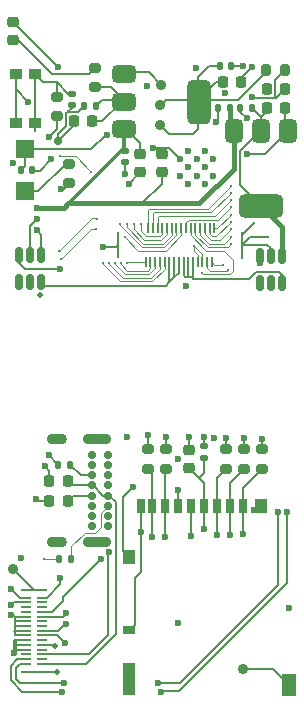
<source format=gbr>
%TF.GenerationSoftware,KiCad,Pcbnew,9.0.6-1.fc42*%
%TF.CreationDate,2025-11-24T11:52:54-08:00*%
%TF.ProjectId,MainBoard,4d61696e-426f-4617-9264-2e6b69636164,rev?*%
%TF.SameCoordinates,Original*%
%TF.FileFunction,Copper,L1,Top*%
%TF.FilePolarity,Positive*%
%FSLAX46Y46*%
G04 Gerber Fmt 4.6, Leading zero omitted, Abs format (unit mm)*
G04 Created by KiCad (PCBNEW 9.0.6-1.fc42) date 2025-11-24 11:52:54*
%MOMM*%
%LPD*%
G01*
G04 APERTURE LIST*
G04 Aperture macros list*
%AMRoundRect*
0 Rectangle with rounded corners*
0 $1 Rounding radius*
0 $2 $3 $4 $5 $6 $7 $8 $9 X,Y pos of 4 corners*
0 Add a 4 corners polygon primitive as box body*
4,1,4,$2,$3,$4,$5,$6,$7,$8,$9,$2,$3,0*
0 Add four circle primitives for the rounded corners*
1,1,$1+$1,$2,$3*
1,1,$1+$1,$4,$5*
1,1,$1+$1,$6,$7*
1,1,$1+$1,$8,$9*
0 Add four rect primitives between the rounded corners*
20,1,$1+$1,$2,$3,$4,$5,0*
20,1,$1+$1,$4,$5,$6,$7,0*
20,1,$1+$1,$6,$7,$8,$9,0*
20,1,$1+$1,$8,$9,$2,$3,0*%
G04 Aperture macros list end*
%TA.AperFunction,SMDPad,CuDef*%
%ADD10RoundRect,0.225000X0.250000X-0.225000X0.250000X0.225000X-0.250000X0.225000X-0.250000X-0.225000X0*%
%TD*%
%TA.AperFunction,SMDPad,CuDef*%
%ADD11RoundRect,0.030000X0.350575X-0.070000X0.350575X0.070000X-0.350575X0.070000X-0.350575X-0.070000X0*%
%TD*%
%TA.AperFunction,SMDPad,CuDef*%
%ADD12RoundRect,0.030000X1.029999X-0.070000X1.029999X0.070000X-1.029999X0.070000X-1.029999X-0.070000X0*%
%TD*%
%TA.AperFunction,SMDPad,CuDef*%
%ADD13RoundRect,0.140000X-0.140000X-0.170000X0.140000X-0.170000X0.140000X0.170000X-0.140000X0.170000X0*%
%TD*%
%TA.AperFunction,SMDPad,CuDef*%
%ADD14RoundRect,0.200000X-0.275000X0.200000X-0.275000X-0.200000X0.275000X-0.200000X0.275000X0.200000X0*%
%TD*%
%TA.AperFunction,SMDPad,CuDef*%
%ADD15RoundRect,0.140000X-0.170000X0.140000X-0.170000X-0.140000X0.170000X-0.140000X0.170000X0.140000X0*%
%TD*%
%TA.AperFunction,SMDPad,CuDef*%
%ADD16RoundRect,0.218750X-0.256250X0.218750X-0.256250X-0.218750X0.256250X-0.218750X0.256250X0.218750X0*%
%TD*%
%TA.AperFunction,SMDPad,CuDef*%
%ADD17RoundRect,0.225000X0.225000X0.250000X-0.225000X0.250000X-0.225000X-0.250000X0.225000X-0.250000X0*%
%TD*%
%TA.AperFunction,SMDPad,CuDef*%
%ADD18R,1.500000X1.500000*%
%TD*%
%TA.AperFunction,SMDPad,CuDef*%
%ADD19RoundRect,0.140000X0.140000X0.170000X-0.140000X0.170000X-0.140000X-0.170000X0.140000X-0.170000X0*%
%TD*%
%TA.AperFunction,SMDPad,CuDef*%
%ADD20RoundRect,0.030000X0.070000X0.419999X-0.070000X0.419999X-0.070000X-0.419999X0.070000X-0.419999X0*%
%TD*%
%TA.AperFunction,SMDPad,CuDef*%
%ADD21RoundRect,0.030000X0.070000X1.029999X-0.070000X1.029999X-0.070000X-1.029999X0.070000X-1.029999X0*%
%TD*%
%TA.AperFunction,SMDPad,CuDef*%
%ADD22RoundRect,0.225000X-0.225000X-0.250000X0.225000X-0.250000X0.225000X0.250000X-0.225000X0.250000X0*%
%TD*%
%TA.AperFunction,SMDPad,CuDef*%
%ADD23RoundRect,0.200000X0.275000X-0.200000X0.275000X0.200000X-0.275000X0.200000X-0.275000X-0.200000X0*%
%TD*%
%TA.AperFunction,SMDPad,CuDef*%
%ADD24RoundRect,0.200000X-0.200000X-0.275000X0.200000X-0.275000X0.200000X0.275000X-0.200000X0.275000X0*%
%TD*%
%TA.AperFunction,SMDPad,CuDef*%
%ADD25RoundRect,0.150000X-0.150000X0.512500X-0.150000X-0.512500X0.150000X-0.512500X0.150000X0.512500X0*%
%TD*%
%TA.AperFunction,SMDPad,CuDef*%
%ADD26R,0.700000X1.200000*%
%TD*%
%TA.AperFunction,SMDPad,CuDef*%
%ADD27R,1.000000X0.800000*%
%TD*%
%TA.AperFunction,SMDPad,CuDef*%
%ADD28R,1.000000X1.200000*%
%TD*%
%TA.AperFunction,SMDPad,CuDef*%
%ADD29R,1.000000X2.800000*%
%TD*%
%TA.AperFunction,SMDPad,CuDef*%
%ADD30R,1.300000X1.900000*%
%TD*%
%TA.AperFunction,SMDPad,CuDef*%
%ADD31RoundRect,0.218750X0.218750X0.256250X-0.218750X0.256250X-0.218750X-0.256250X0.218750X-0.256250X0*%
%TD*%
%TA.AperFunction,SMDPad,CuDef*%
%ADD32RoundRect,0.375000X-0.375000X0.625000X-0.375000X-0.625000X0.375000X-0.625000X0.375000X0.625000X0*%
%TD*%
%TA.AperFunction,SMDPad,CuDef*%
%ADD33RoundRect,0.500000X-1.400000X0.500000X-1.400000X-0.500000X1.400000X-0.500000X1.400000X0.500000X0*%
%TD*%
%TA.AperFunction,SMDPad,CuDef*%
%ADD34RoundRect,0.135000X0.135000X0.185000X-0.135000X0.185000X-0.135000X-0.185000X0.135000X-0.185000X0*%
%TD*%
%TA.AperFunction,SMDPad,CuDef*%
%ADD35R,1.000000X0.900000*%
%TD*%
%TA.AperFunction,SMDPad,CuDef*%
%ADD36RoundRect,0.140000X0.170000X-0.140000X0.170000X0.140000X-0.170000X0.140000X-0.170000X-0.140000X0*%
%TD*%
%TA.AperFunction,SMDPad,CuDef*%
%ADD37RoundRect,0.375000X-0.625000X-0.375000X0.625000X-0.375000X0.625000X0.375000X-0.625000X0.375000X0*%
%TD*%
%TA.AperFunction,SMDPad,CuDef*%
%ADD38RoundRect,0.500000X-0.500000X-1.400000X0.500000X-1.400000X0.500000X1.400000X-0.500000X1.400000X0*%
%TD*%
%TA.AperFunction,SMDPad,CuDef*%
%ADD39RoundRect,0.225000X-0.250000X0.225000X-0.250000X-0.225000X0.250000X-0.225000X0.250000X0.225000X0*%
%TD*%
%TA.AperFunction,HeatsinkPad*%
%ADD40C,0.600000*%
%TD*%
%TA.AperFunction,ComponentPad*%
%ADD41C,0.700000*%
%TD*%
%TA.AperFunction,ComponentPad*%
%ADD42O,1.700000X0.900000*%
%TD*%
%TA.AperFunction,ComponentPad*%
%ADD43O,2.400000X0.900000*%
%TD*%
%TA.AperFunction,ViaPad*%
%ADD44C,0.600000*%
%TD*%
%TA.AperFunction,ViaPad*%
%ADD45C,0.300000*%
%TD*%
%TA.AperFunction,ViaPad*%
%ADD46C,0.500000*%
%TD*%
%TA.AperFunction,ViaPad*%
%ADD47C,0.900000*%
%TD*%
%TA.AperFunction,ViaPad*%
%ADD48C,0.700000*%
%TD*%
%TA.AperFunction,Conductor*%
%ADD49C,0.200000*%
%TD*%
%TA.AperFunction,Conductor*%
%ADD50C,0.100000*%
%TD*%
%TA.AperFunction,Conductor*%
%ADD51C,0.300000*%
%TD*%
%TA.AperFunction,Conductor*%
%ADD52C,0.400000*%
%TD*%
G04 APERTURE END LIST*
D10*
%TO.P,C13,1*%
%TO.N,CONN_18*%
X79600000Y-89830000D03*
%TO.P,C13,2*%
%TO.N,LIPO GND*%
X79600000Y-88280000D03*
%TD*%
%TO.P,C8,1*%
%TO.N,CONN_21*%
X77300000Y-64800000D03*
%TO.P,C8,2*%
%TO.N,LIPO GND*%
X77300000Y-63250000D03*
%TD*%
D11*
%TO.P,J1,1,Pin_1*%
%TO.N,CONN_0*%
X67180000Y-106400000D03*
%TO.P,J1,2,Pin_2*%
%TO.N,CONN_1*%
X67180000Y-106000000D03*
%TO.P,J1,3,Pin_3*%
%TO.N,CONN_2*%
X67180000Y-105600000D03*
%TO.P,J1,4,Pin_4*%
%TO.N,CONN_3*%
X67180000Y-105200000D03*
%TO.P,J1,5,Pin_5*%
%TO.N,BZR*%
X67180000Y-104800000D03*
%TO.P,J1,6,Pin_6*%
%TO.N,CONN_5*%
X67180000Y-104400000D03*
%TO.P,J1,7,Pin_7*%
%TO.N,CONN_6*%
X67180000Y-104000000D03*
%TO.P,J1,8,Pin_8*%
%TO.N,CONN_7*%
X67180000Y-103600000D03*
%TO.P,J1,9,Pin_9*%
%TO.N,CONN_8*%
X67180000Y-103200000D03*
%TO.P,J1,10,Pin_10*%
%TO.N,CONN_9*%
X67180000Y-102800000D03*
%TO.P,J1,11,Pin_11*%
%TO.N,CONN_10*%
X67180000Y-102400000D03*
%TO.P,J1,12,Pin_12*%
%TO.N,CONN_11*%
X67180000Y-102000000D03*
%TO.P,J1,13,Pin_13*%
%TO.N,CONN_12*%
X67180000Y-101600000D03*
%TO.P,J1,14,Pin_14*%
%TO.N,CONN_13*%
X67180000Y-101200000D03*
%TO.P,J1,15,Pin_15*%
%TO.N,CONN_14*%
X67180000Y-100800000D03*
%TO.P,J1,16,Pin_16*%
%TO.N,CONN_15*%
X65820000Y-106400000D03*
%TO.P,J1,17,Pin_17*%
%TO.N,CONN_16*%
X65820000Y-106000000D03*
%TO.P,J1,18,Pin_18*%
%TO.N,CONN_17*%
X65820000Y-105600000D03*
%TO.P,J1,19,Pin_19*%
%TO.N,CONN_18*%
X65820000Y-105200000D03*
%TO.P,J1,20,Pin_20*%
X65820000Y-104800000D03*
%TO.P,J1,21,Pin_21*%
X65820000Y-104400000D03*
%TO.P,J1,22,Pin_22*%
%TO.N,CONN_21*%
X65820000Y-104000000D03*
%TO.P,J1,23,Pin_23*%
X65820000Y-103600000D03*
%TO.P,J1,24,Pin_24*%
X65820000Y-103200000D03*
%TO.P,J1,25,Pin_25*%
X65820000Y-102800000D03*
%TO.P,J1,26,Pin_26*%
X65820000Y-102400000D03*
%TO.P,J1,27,Pin_27*%
X65820000Y-102000000D03*
%TO.P,J1,28,Pin_28*%
%TO.N,CONN_27*%
X65820000Y-101600000D03*
%TO.P,J1,29,Pin_29*%
%TO.N,CONN_28*%
X65820000Y-101200000D03*
%TO.P,J1,30,Pin_30*%
%TO.N,CONN_29*%
X65820000Y-100800000D03*
D12*
%TO.P,J1,31,Pin_31*%
%TO.N,LIPO GND*%
X66500000Y-107060000D03*
%TO.P,J1,32,Pin_32*%
X66500001Y-100140000D03*
%TD*%
D13*
%TO.P,C16,1*%
%TO.N,CHIP_PU*%
X65354200Y-64617600D03*
%TO.P,C16,2*%
%TO.N,LIPO GND*%
X66314200Y-64617600D03*
%TD*%
D14*
%TO.P,R7,1*%
%TO.N,CONN_18*%
X77680000Y-88230000D03*
%TO.P,R7,2*%
%TO.N,CONN_28*%
X77680000Y-89880000D03*
%TD*%
%TO.P,R11,1*%
%TO.N,CONN_18*%
X85759000Y-88230000D03*
%TO.P,R11,2*%
%TO.N,CONN_6*%
X85759000Y-89880000D03*
%TD*%
D15*
%TO.P,C14,1*%
%TO.N,GPIO0*%
X69646800Y-58145800D03*
%TO.P,C14,2*%
%TO.N,LIPO GND*%
X69646800Y-59105800D03*
%TD*%
D16*
%TO.P,D1,1,K*%
%TO.N,LIPO GND*%
X64680000Y-52040000D03*
%TO.P,D1,2,A*%
%TO.N,Net-(D1-A)*%
X64680000Y-53615002D03*
%TD*%
D14*
%TO.P,R6,1*%
%TO.N,CONN_18*%
X82710000Y-88230000D03*
%TO.P,R6,2*%
%TO.N,CONN_10*%
X82710000Y-89880000D03*
%TD*%
D17*
%TO.P,C3,1*%
%TO.N,CONN_18*%
X71374000Y-60452000D03*
%TO.P,C3,2*%
%TO.N,LIPO GND*%
X69824000Y-60452000D03*
%TD*%
D18*
%TO.P,J5,1,Pin_1*%
%TO.N,CHIP_PU*%
X65735200Y-62839600D03*
%TD*%
D19*
%TO.P,C11,1*%
%TO.N,VCC_5V*%
X84907000Y-59359800D03*
%TO.P,C11,2*%
%TO.N,LIPO GND*%
X83947000Y-59359800D03*
%TD*%
D20*
%TO.P,J7,1,Pin_1*%
%TO.N,DATA9*%
X81733800Y-69515400D03*
%TO.P,J7,2,Pin_2*%
%TO.N,DATA10*%
X81333800Y-69515400D03*
%TO.P,J7,3,Pin_3*%
%TO.N,DATA11*%
X80933800Y-69515400D03*
%TO.P,J7,4,Pin_4*%
%TO.N,DATA12*%
X80533800Y-69515400D03*
%TO.P,J7,5,Pin_5*%
%TO.N,DATA13*%
X80133800Y-69515400D03*
%TO.P,J7,6,Pin_6*%
%TO.N,RET*%
X79733800Y-69515400D03*
%TO.P,J7,7,Pin_7*%
%TO.N,DATA8*%
X79333800Y-69515400D03*
%TO.P,J7,8,Pin_8*%
%TO.N,DATA7*%
X78933800Y-69515400D03*
%TO.P,J7,9,Pin_9*%
%TO.N,DATA6*%
X78533800Y-69515400D03*
%TO.P,J7,10,Pin_10*%
%TO.N,DATA5*%
X78133800Y-69515400D03*
%TO.P,J7,11,Pin_11*%
%TO.N,DATA4*%
X77733800Y-69515400D03*
%TO.P,J7,12,Pin_12*%
%TO.N,DATA3*%
X77333800Y-69515400D03*
%TO.P,J7,13,Pin_13*%
%TO.N,DATA2*%
X76933800Y-69515400D03*
%TO.P,J7,14,Pin_14*%
%TO.N,DATA1*%
X76533800Y-69515400D03*
%TO.P,J7,15,Pin_15*%
%TO.N,DATA0*%
X76133800Y-69515400D03*
%TO.P,J7,16,Pin_16*%
%TO.N,DATA14*%
X81533800Y-72415400D03*
%TO.P,J7,17,Pin_17*%
%TO.N,DATA15*%
X81133800Y-72415400D03*
%TO.P,J7,18,Pin_18*%
%TO.N,LIPO GND*%
X80733800Y-72415400D03*
%TO.P,J7,19,Pin_19*%
X80333800Y-72415400D03*
%TO.P,J7,20,Pin_20*%
%TO.N,CONN_5V*%
X79933800Y-72415400D03*
%TO.P,J7,21,Pin_21*%
X79533800Y-72415400D03*
%TO.P,J7,22,Pin_22*%
X79133800Y-72415400D03*
%TO.P,J7,23,Pin_23*%
%TO.N,CONN_3V3*%
X78733800Y-72415400D03*
%TO.P,J7,24,Pin_24*%
X78333800Y-72415400D03*
%TO.P,J7,25,Pin_25*%
X77933800Y-72415400D03*
%TO.P,J7,26,Pin_26*%
%TO.N,INDEX0*%
X77533800Y-72415400D03*
%TO.P,J7,27,Pin_27*%
%TO.N,INDEX1*%
X77133800Y-72415400D03*
%TO.P,J7,28,Pin_28*%
%TO.N,INDEX2*%
X76733800Y-72415400D03*
%TO.P,J7,29,Pin_29*%
%TO.N,INDEX3*%
X76333800Y-72415400D03*
%TO.P,J7,30,Pin_30*%
%TO.N,INDEX4*%
X75933800Y-72415400D03*
D21*
%TO.P,J7,31,Pin_31*%
%TO.N,LIPO GND*%
X84083800Y-70965400D03*
%TO.P,J7,32,Pin_32*%
X73583800Y-70965400D03*
%TD*%
D22*
%TO.P,C6,1*%
%TO.N,CONN_18*%
X82476400Y-57099200D03*
%TO.P,C6,2*%
%TO.N,LIPO GND*%
X84026400Y-57099200D03*
%TD*%
D23*
%TO.P,R10,1*%
%TO.N,CONN_18*%
X68376800Y-60024400D03*
%TO.P,R10,2*%
%TO.N,GPIO0*%
X68376800Y-58374400D03*
%TD*%
%TO.P,R12,1*%
%TO.N,CONN_18*%
X69475000Y-65700000D03*
%TO.P,R12,2*%
%TO.N,Net-(J4-Pin_1)*%
X69475000Y-64050000D03*
%TD*%
D24*
%TO.P,R1,1*%
%TO.N,CONN_18*%
X86080600Y-56108600D03*
%TO.P,R1,2*%
%TO.N,CHIP_PU*%
X87730600Y-56108600D03*
%TD*%
D17*
%TO.P,C1,1*%
%TO.N,CHIP_PU*%
X87706000Y-57734200D03*
%TO.P,C1,2*%
%TO.N,LIPO GND*%
X86156000Y-57734200D03*
%TD*%
D25*
%TO.P,U5,1,VIN*%
%TO.N,VCC_5V*%
X87479999Y-71880000D03*
%TO.P,U5,2,GND*%
%TO.N,LIPO GND*%
X86530000Y-71880000D03*
%TO.P,U5,3,ON*%
%TO.N,HATS_ENABLE*%
X85580001Y-71880000D03*
%TO.P,U5,4,CT*%
%TO.N,unconnected-(U5-CT-Pad4)*%
X85580001Y-74155000D03*
%TO.P,U5,5,QOD*%
%TO.N,unconnected-(U5-QOD-Pad5)*%
X86530000Y-74155000D03*
%TO.P,U5,6,VOUT*%
%TO.N,CONN_5V*%
X87479999Y-74155000D03*
%TD*%
D26*
%TO.P,J6,1,DAT2*%
%TO.N,CONN_6*%
X84145000Y-93075000D03*
%TO.P,J6,2,DAT3/CD*%
%TO.N,CONN_7*%
X83045000Y-93075000D03*
%TO.P,J6,3,CMD*%
%TO.N,CONN_10*%
X81945000Y-93075000D03*
%TO.P,J6,4,VDD*%
%TO.N,CONN_18*%
X80845000Y-93075000D03*
%TO.P,J6,5,CLK*%
%TO.N,CONN_14*%
X79745000Y-93075000D03*
%TO.P,J6,6,VSS*%
%TO.N,LIPO GND*%
X78645000Y-93075000D03*
%TO.P,J6,7,DAT0*%
%TO.N,CONN_28*%
X77545000Y-93075000D03*
%TO.P,J6,8,DAT1*%
%TO.N,CONN_29*%
X76445000Y-93075000D03*
%TO.P,J6,9,DET_B*%
%TO.N,CONN_11*%
X75495000Y-93075000D03*
D27*
%TO.P,J6,10,DET_A*%
X74545000Y-103575000D03*
D28*
%TO.P,J6,11,SHIELD*%
%TO.N,LIPO GND*%
X74545000Y-97375000D03*
D29*
X74545000Y-107725000D03*
D28*
X85695000Y-93075000D03*
D30*
X88045000Y-108175000D03*
%TD*%
D31*
%TO.P,D6,1,A1*%
%TO.N,CONN_0*%
X69316600Y-90932000D03*
%TO.P,D6,2,A2*%
%TO.N,LIPO GND*%
X67741600Y-90932000D03*
%TD*%
D32*
%TO.P,U3,1,GND*%
%TO.N,LIPO GND*%
X87962800Y-61315600D03*
%TO.P,U3,2,VO*%
%TO.N,VCC_5V*%
X85662800Y-61315600D03*
D33*
X85662800Y-67615600D03*
D32*
%TO.P,U3,3,VI*%
%TO.N,CONN_21*%
X83362800Y-61315600D03*
%TD*%
D13*
%TO.P,C7,1*%
%TO.N,CONN_18*%
X82197000Y-55803800D03*
%TO.P,C7,2*%
%TO.N,LIPO GND*%
X83157000Y-55803800D03*
%TD*%
D22*
%TO.P,C10,1*%
%TO.N,VCC_5V*%
X86182200Y-59334400D03*
%TO.P,C10,2*%
%TO.N,LIPO GND*%
X87732200Y-59334400D03*
%TD*%
D19*
%TO.P,C2,1*%
%TO.N,CONN_18*%
X71679000Y-59152000D03*
%TO.P,C2,2*%
%TO.N,LIPO GND*%
X70719000Y-59152000D03*
%TD*%
D31*
%TO.P,D5,1,A1*%
%TO.N,CONN_2*%
X69316600Y-92633800D03*
%TO.P,D5,2,A2*%
%TO.N,LIPO GND*%
X67741600Y-92633800D03*
%TD*%
D34*
%TO.P,R5,1*%
%TO.N,Net-(J3-CC1)*%
X69640000Y-97550000D03*
%TO.P,R5,2*%
%TO.N,LIPO GND*%
X68620000Y-97550000D03*
%TD*%
%TO.P,R4,1*%
%TO.N,Net-(J3-CC2)*%
X69549200Y-89535000D03*
%TO.P,R4,2*%
%TO.N,LIPO GND*%
X68529200Y-89535000D03*
%TD*%
D23*
%TO.P,R2,1*%
%TO.N,CONN_18*%
X71675000Y-57575000D03*
%TO.P,R2,2*%
%TO.N,Net-(D1-A)*%
X71675000Y-55925000D03*
%TD*%
D35*
%TO.P,BOOT1,1,1*%
%TO.N,LIPO GND*%
X64948000Y-60579000D03*
X64948000Y-56479000D03*
%TO.P,BOOT1,2,2*%
%TO.N,GPIO0*%
X66548000Y-60579000D03*
X66548000Y-56479000D03*
%TD*%
D36*
%TO.P,C15,1*%
%TO.N,CONN_18*%
X80880000Y-88960000D03*
%TO.P,C15,2*%
%TO.N,LIPO GND*%
X80880000Y-88000000D03*
%TD*%
D15*
%TO.P,C5,1*%
%TO.N,CONN_21*%
X74142600Y-62966600D03*
%TO.P,C5,2*%
%TO.N,LIPO GND*%
X74142600Y-63926600D03*
%TD*%
D19*
%TO.P,C9,1*%
%TO.N,CONN_21*%
X83032600Y-59359800D03*
%TO.P,C9,2*%
%TO.N,LIPO GND*%
X82072600Y-59359800D03*
%TD*%
D18*
%TO.P,J4,1,Pin_1*%
%TO.N,Net-(J4-Pin_1)*%
X65735200Y-66389600D03*
%TD*%
D25*
%TO.P,U4,1,VIN*%
%TO.N,CONN_18*%
X67089998Y-71800000D03*
%TO.P,U4,2,GND*%
%TO.N,LIPO GND*%
X66139999Y-71800000D03*
%TO.P,U4,3,ON*%
%TO.N,HATS_ENABLE*%
X65190000Y-71800000D03*
%TO.P,U4,4,CT*%
%TO.N,unconnected-(U4-CT-Pad4)*%
X65190000Y-74075000D03*
%TO.P,U4,5,QOD*%
%TO.N,unconnected-(U4-QOD-Pad5)*%
X66139999Y-74075000D03*
%TO.P,U4,6,VOUT*%
%TO.N,CONN_3V3*%
X67089998Y-74075000D03*
%TD*%
D37*
%TO.P,U2,1,GND*%
%TO.N,LIPO GND*%
X74100000Y-56500000D03*
%TO.P,U2,2,VO*%
%TO.N,CONN_18*%
X74100000Y-58800000D03*
D38*
X80400000Y-58800000D03*
D37*
%TO.P,U2,3,VI*%
%TO.N,CONN_21*%
X74100000Y-61100000D03*
%TD*%
D14*
%TO.P,R9,1*%
%TO.N,CONN_18*%
X76150000Y-88230000D03*
%TO.P,R9,2*%
%TO.N,CONN_29*%
X76150000Y-89880000D03*
%TD*%
%TO.P,R8,1*%
%TO.N,CONN_18*%
X84234000Y-88230000D03*
%TO.P,R8,2*%
%TO.N,CONN_7*%
X84234000Y-89880000D03*
%TD*%
D39*
%TO.P,C4,1*%
%TO.N,CONN_21*%
X75438000Y-63240200D03*
%TO.P,C4,2*%
%TO.N,LIPO GND*%
X75438000Y-64790200D03*
%TD*%
D40*
%TO.P,U1,41,GND*%
%TO.N,LIPO GND*%
X81630000Y-65060000D03*
X81630000Y-63660000D03*
X80930000Y-65760000D03*
X80930000Y-64360000D03*
X80930000Y-62960000D03*
X80230000Y-65060000D03*
X80230000Y-63660000D03*
X79530000Y-65760000D03*
X79530000Y-64360000D03*
X79530000Y-62960000D03*
X78830000Y-65060000D03*
X78830000Y-63660000D03*
%TD*%
D41*
%TO.P,J3,A1,GND*%
%TO.N,LIPO GND*%
X72752964Y-94700000D03*
%TO.P,J3,A4,VBUS*%
%TO.N,Net-(D3-A1)*%
X72752964Y-93850000D03*
%TO.P,J3,A5,CC1*%
%TO.N,Net-(J3-CC1)*%
X72752964Y-93000000D03*
%TO.P,J3,A6,D+*%
%TO.N,CONN_0*%
X72752964Y-92150000D03*
%TO.P,J3,A7,D-*%
%TO.N,CONN_2*%
X72752964Y-91300000D03*
%TO.P,J3,A8,SBU1*%
%TO.N,unconnected-(J3-SBU1-PadA8)*%
X72752964Y-90450000D03*
%TO.P,J3,A9,VBUS*%
%TO.N,Net-(D3-A1)*%
X72752964Y-89600000D03*
%TO.P,J3,A12,GND*%
%TO.N,LIPO GND*%
X72752964Y-88750000D03*
%TO.P,J3,B1,GND*%
X71402964Y-88750000D03*
%TO.P,J3,B4,VBUS*%
%TO.N,Net-(D3-A1)*%
X71402964Y-89600000D03*
%TO.P,J3,B5,CC2*%
%TO.N,Net-(J3-CC2)*%
X71402964Y-90450000D03*
%TO.P,J3,B6,D+*%
%TO.N,CONN_0*%
X71402964Y-91300000D03*
%TO.P,J3,B7,D-*%
%TO.N,CONN_2*%
X71402964Y-92150000D03*
%TO.P,J3,B8,SBU2*%
%TO.N,unconnected-(J3-SBU2-PadB8)*%
X71402964Y-93000000D03*
%TO.P,J3,B9,VBUS*%
%TO.N,Net-(D3-A1)*%
X71402964Y-93850000D03*
%TO.P,J3,B12,GND*%
%TO.N,LIPO GND*%
X71402964Y-94700000D03*
D42*
%TO.P,J3,S1,SHIELD*%
X68392964Y-96050000D03*
D43*
X71772964Y-96050000D03*
D42*
X68392964Y-87400000D03*
D43*
X71772964Y-87400000D03*
%TD*%
D44*
%TO.N,CONN_29*%
X64512800Y-100050000D03*
X76454047Y-95665953D03*
%TO.N,CONN_7*%
X69220000Y-103040000D03*
X83054047Y-95484047D03*
D45*
%TO.N,CONN_2*%
X71825000Y-68700000D03*
X68610834Y-71464482D03*
D44*
X72803964Y-96960000D03*
%TO.N,CONN_10*%
X69190000Y-102100000D03*
X81954047Y-95494047D03*
%TO.N,CONN_14*%
X68710000Y-99120000D03*
X79754047Y-95575953D03*
D46*
%TO.N,BZR*%
X68250000Y-104850000D03*
D44*
%TO.N,CONN_15*%
X69050000Y-108000000D03*
X87100000Y-93560000D03*
X77000000Y-108000000D03*
%TO.N,CONN_11*%
X72130000Y-97490000D03*
X75504047Y-95250000D03*
%TO.N,CONN_18*%
X84234000Y-87296000D03*
D47*
X77139800Y-60807600D03*
D44*
X82710000Y-87240000D03*
X82625000Y-58075000D03*
D47*
X77139800Y-59105800D03*
D44*
X77680000Y-87160000D03*
X64740000Y-105480000D03*
X68760916Y-66172535D03*
X76150000Y-87050000D03*
X80854047Y-94994047D03*
X85759000Y-87371000D03*
X67703700Y-61810900D03*
X66720000Y-69690000D03*
D45*
%TO.N,GPIO0*%
X71325000Y-64725000D03*
X68700000Y-63400000D03*
X66550000Y-61325000D03*
D44*
%TO.N,CHIP_PU*%
X72615531Y-61601015D03*
X84963000Y-58420000D03*
%TO.N,CONN_6*%
X84154047Y-95405953D03*
X69125003Y-104670000D03*
D45*
%TO.N,CONN_0*%
X71750000Y-69620000D03*
X68775000Y-72100000D03*
%TO.N,DATA9*%
X83125000Y-68381250D03*
%TO.N,DATA13*%
X83125000Y-70850000D03*
%TO.N,DATA10*%
X83125000Y-68998438D03*
%TO.N,DATA7*%
X74178727Y-70291272D03*
%TO.N,DATA5*%
X74312500Y-69125000D03*
%TO.N,DATA6*%
X73725000Y-69125000D03*
%TO.N,DATA12*%
X83125000Y-70232813D03*
%TO.N,DATA2*%
X83125000Y-67146875D03*
%TO.N,DATA15*%
X82872800Y-73025000D03*
%TO.N,DATA14*%
X82500000Y-72600000D03*
%TO.N,DATA0*%
X83125000Y-65912500D03*
%TO.N,DATA4*%
X74900000Y-69125000D03*
%TO.N,DATA3*%
X75487500Y-69125000D03*
%TO.N,DATA1*%
X83125000Y-66529688D03*
%TO.N,DATA11*%
X83125000Y-69615625D03*
%TO.N,DATA8*%
X83125000Y-67764063D03*
%TO.N,RET*%
X80668914Y-73302001D03*
D44*
%TO.N,HATS_ENABLE*%
X85610000Y-72470000D03*
X68650000Y-72950000D03*
X79362600Y-74402000D03*
D45*
%TO.N,INDEX1*%
X72824994Y-72500000D03*
%TO.N,INDEX4*%
X74325003Y-72500000D03*
%TO.N,INDEX0*%
X72324991Y-72500000D03*
%TO.N,INDEX2*%
X73324997Y-72500000D03*
%TO.N,INDEX3*%
X73825000Y-72500000D03*
D44*
%TO.N,CONN_28*%
X64530000Y-101430000D03*
X77554047Y-95655953D03*
%TO.N,CONN_16*%
X87910000Y-93560000D03*
X77205000Y-108795000D03*
X68860000Y-108790000D03*
D45*
%TO.N,LIPO GND*%
X86300000Y-70250000D03*
D47*
X77241400Y-57353200D03*
D44*
X78654047Y-91675953D03*
X68470000Y-55890000D03*
X76000000Y-57500000D03*
X79600000Y-87220000D03*
X74550000Y-106920000D03*
X80890000Y-87160000D03*
X88057419Y-101680000D03*
X72350000Y-71125000D03*
X66760000Y-68700000D03*
X74489100Y-65739100D03*
X65380000Y-97420000D03*
X67919600Y-63677800D03*
D45*
X80000000Y-71010000D03*
D44*
X81685000Y-87265000D03*
X64670000Y-63990000D03*
D48*
X68503800Y-62128400D03*
D47*
X64700000Y-98339999D03*
D44*
X67730000Y-88750000D03*
X84505800Y-60223400D03*
X84175600Y-55803800D03*
X74142600Y-64922400D03*
X65989200Y-58801000D03*
D46*
X68420000Y-107100000D03*
D44*
X78675000Y-102925000D03*
D45*
X85070000Y-69090000D03*
D44*
X78650000Y-89050000D03*
X84475000Y-63225000D03*
D45*
X67290000Y-97550000D03*
D44*
X74380000Y-87180000D03*
X67360000Y-89680000D03*
D47*
X84150000Y-106850000D03*
D46*
X66940000Y-75210000D03*
D44*
X74880000Y-91470000D03*
X80220000Y-55970000D03*
X81864200Y-60553600D03*
X66660000Y-92420000D03*
X86156000Y-57734200D03*
X84937600Y-55905400D03*
X85090000Y-93390000D03*
X76510000Y-62730000D03*
%TO.N,CONN_21*%
X66740000Y-67770000D03*
X64520000Y-102250000D03*
%TD*%
D49*
%TO.N,CONN_29*%
X76445000Y-93075000D02*
X76454047Y-93084047D01*
X76454047Y-93084047D02*
X76454047Y-95665953D01*
X76150000Y-89880000D02*
X76454047Y-90184047D01*
X76454047Y-90184047D02*
X76454047Y-93065953D01*
X65262800Y-100800000D02*
X64512800Y-100050000D01*
X65820000Y-100800000D02*
X65262800Y-100800000D01*
X64512800Y-100050000D02*
X64502800Y-100050000D01*
X76454047Y-93065953D02*
X76445000Y-93075000D01*
%TO.N,CONN_7*%
X83054047Y-93065953D02*
X83045000Y-93075000D01*
X84234000Y-89880000D02*
X83054047Y-91059953D01*
X83054047Y-91059953D02*
X83054047Y-93065953D01*
X69090000Y-103040000D02*
X68530000Y-103600000D01*
X83045000Y-93075000D02*
X83054047Y-93084047D01*
X68530000Y-103600000D02*
X67180000Y-103600000D01*
X83054047Y-93084047D02*
X83054047Y-95484047D01*
X69220000Y-103040000D02*
X69090000Y-103040000D01*
%TO.N,CONN_2*%
X72803964Y-96960000D02*
X72762474Y-97001490D01*
D50*
X71800000Y-68675000D02*
X71825000Y-68700000D01*
D49*
X72762474Y-103970426D02*
X71132900Y-105600000D01*
X72762474Y-97001490D02*
X72762474Y-103970426D01*
D50*
X68663511Y-71411805D02*
X68663511Y-71386489D01*
X71375000Y-68675000D02*
X71800000Y-68675000D01*
D49*
X69316600Y-92633800D02*
X69800400Y-92150000D01*
X71132900Y-105600000D02*
X67180000Y-105600000D01*
D50*
X68663511Y-71386489D02*
X71375000Y-68675000D01*
D49*
X69800400Y-92150000D02*
X71402964Y-92150000D01*
D50*
X68610834Y-71464482D02*
X68663511Y-71411805D01*
D49*
%TO.N,CONN_10*%
X67180000Y-102400000D02*
X68890000Y-102400000D01*
X81954047Y-93084047D02*
X81954047Y-95494047D01*
X82710000Y-89880000D02*
X81954047Y-90635953D01*
X81945000Y-93075000D02*
X81954047Y-93084047D01*
X68890000Y-102400000D02*
X69190000Y-102100000D01*
X81954047Y-93065953D02*
X81945000Y-93075000D01*
X81954047Y-90635953D02*
X81954047Y-93065953D01*
%TO.N,CONN_14*%
X79754047Y-93084047D02*
X79754047Y-95575953D01*
X68710000Y-99650574D02*
X68710000Y-99120000D01*
X67180000Y-100800000D02*
X67560574Y-100800000D01*
X79745000Y-93075000D02*
X79754047Y-93084047D01*
X67560574Y-100800000D02*
X68710000Y-99650574D01*
%TO.N,BZR*%
X67180000Y-104800000D02*
X68200000Y-104800000D01*
X68200000Y-104800000D02*
X68250000Y-104850000D01*
%TO.N,CONN_15*%
X65820000Y-106400000D02*
X65250000Y-106400000D01*
X64925000Y-107655100D02*
X65269900Y-108000000D01*
X65250000Y-106400000D02*
X64925000Y-106725000D01*
X87100000Y-93560000D02*
X87100000Y-99700000D01*
X65269900Y-108000000D02*
X69050000Y-108000000D01*
X78800000Y-108000000D02*
X77000000Y-108000000D01*
X64925000Y-106725000D02*
X64925000Y-107655100D01*
X87100000Y-99700000D02*
X78800000Y-108000000D01*
%TO.N,CONN_11*%
X68000000Y-102000000D02*
X67180000Y-102000000D01*
X75504047Y-95250000D02*
X75504047Y-98601400D01*
X75504047Y-93084047D02*
X75504047Y-95250000D01*
X75495000Y-93075000D02*
X75504047Y-93084047D01*
X68900000Y-101110000D02*
X68900000Y-100720000D01*
X68900000Y-101110000D02*
X68890000Y-101110000D01*
X75005047Y-103114953D02*
X74545000Y-103575000D01*
X75005047Y-99100400D02*
X75005047Y-103114953D01*
X75504047Y-98601400D02*
X75005047Y-99100400D01*
X68890000Y-101110000D02*
X68000000Y-102000000D01*
X68900000Y-100720000D02*
X72130000Y-97490000D01*
%TO.N,CONN_18*%
X74100000Y-58800000D02*
X73923200Y-58623200D01*
X68376800Y-60024400D02*
X68376800Y-61137800D01*
X85759000Y-87371000D02*
X85759000Y-88230000D01*
X64740000Y-105480000D02*
X64620000Y-105600000D01*
X80576800Y-58623200D02*
X80400000Y-58800000D01*
X73888800Y-58800000D02*
X74100000Y-58800000D01*
X67089998Y-70059998D02*
X66720000Y-69690000D01*
X65820000Y-104800000D02*
X64850000Y-104800000D01*
X76150000Y-87050000D02*
X76150000Y-88230000D01*
X82476400Y-57099200D02*
X81889600Y-57099200D01*
X69002465Y-66172535D02*
X69475000Y-65700000D01*
X81280000Y-55803800D02*
X80365600Y-56718200D01*
X64850000Y-105370000D02*
X64740000Y-105480000D01*
X72207800Y-58623200D02*
X71679000Y-59152000D01*
X80854047Y-91084047D02*
X80440000Y-90670000D01*
X86080600Y-56270110D02*
X83727510Y-58623200D01*
X74065600Y-58470000D02*
X73787000Y-58191400D01*
X77680000Y-87160000D02*
X77680000Y-88230000D01*
X80854047Y-93084047D02*
X80854047Y-94994047D01*
X80880000Y-90230000D02*
X80440000Y-90670000D01*
X84234000Y-87296000D02*
X84234000Y-88230000D01*
X80400000Y-58800000D02*
X80365600Y-58834400D01*
X80845000Y-93075000D02*
X80854047Y-93065953D01*
X80365600Y-61112400D02*
X79933800Y-61544200D01*
X83727510Y-58623200D02*
X80576800Y-58623200D01*
X74065600Y-58765600D02*
X74065600Y-58470000D01*
X80223200Y-58623200D02*
X77622400Y-58623200D01*
X68376800Y-61137800D02*
X67703700Y-61810900D01*
X68760916Y-66172535D02*
X69002465Y-66172535D01*
X67089998Y-71800000D02*
X67089998Y-70059998D01*
X74100000Y-58800000D02*
X74065600Y-58765600D01*
X82197000Y-55803800D02*
X81280000Y-55803800D01*
X72236800Y-60452000D02*
X73888800Y-58800000D01*
X73923200Y-58623200D02*
X72207800Y-58623200D01*
X73017400Y-57575000D02*
X74100000Y-58657600D01*
X77876400Y-61544200D02*
X77139800Y-60807600D01*
X74100000Y-58657600D02*
X74100000Y-58800000D01*
X71675000Y-57575000D02*
X73017400Y-57575000D01*
X86080600Y-56108600D02*
X86080600Y-56270110D01*
D51*
X64860000Y-104450000D02*
X64860000Y-105420000D01*
D49*
X71374000Y-60452000D02*
X72236800Y-60452000D01*
X80440000Y-90670000D02*
X79600000Y-89830000D01*
X64740000Y-105480000D02*
X64860000Y-105360000D01*
X64860000Y-105200000D02*
X64850000Y-105190000D01*
X79933800Y-61544200D02*
X77876400Y-61544200D01*
X64860000Y-105360000D02*
X64860000Y-105200000D01*
X77622400Y-58623200D02*
X77139800Y-59105800D01*
X80845000Y-93075000D02*
X80854047Y-93084047D01*
X80365600Y-56718200D02*
X80365600Y-58765600D01*
X80854047Y-93065953D02*
X80854047Y-91084047D01*
X65820000Y-104400000D02*
X64850000Y-104400000D01*
X65820000Y-105200000D02*
X64860000Y-105200000D01*
X80365600Y-58765600D02*
X80400000Y-58800000D01*
X80880000Y-88960000D02*
X80880000Y-90230000D01*
X80365600Y-58834400D02*
X80365600Y-61112400D01*
X80400000Y-58800000D02*
X80223200Y-58623200D01*
X81889600Y-57099200D02*
X80400000Y-58588800D01*
X82710000Y-87240000D02*
X82710000Y-88230000D01*
X80400000Y-58588800D02*
X80400000Y-58800000D01*
%TO.N,GPIO0*%
X66548000Y-61323000D02*
X66550000Y-61325000D01*
X66548000Y-60579000D02*
X66548000Y-61323000D01*
X69646800Y-58145800D02*
X69347200Y-58145800D01*
X66590200Y-56521200D02*
X66590200Y-60536800D01*
D50*
X71325000Y-64725000D02*
X70000000Y-63400000D01*
D49*
X66590200Y-60536800D02*
X66548000Y-60579000D01*
X68376800Y-58374400D02*
X68376800Y-57175400D01*
X69347200Y-58145800D02*
X68376800Y-57175400D01*
X67244400Y-57175400D02*
X68376800Y-57175400D01*
X66548000Y-56479000D02*
X67244400Y-57175400D01*
X66548000Y-56479000D02*
X66590200Y-56521200D01*
D50*
X70000000Y-63400000D02*
X68700000Y-63400000D01*
D49*
%TO.N,CHIP_PU*%
X87730600Y-56108600D02*
X87147400Y-56691800D01*
X72615531Y-61601015D02*
X72563585Y-61601015D01*
X65735200Y-62839600D02*
X65735200Y-64236600D01*
X65735200Y-62839600D02*
X71325000Y-62839600D01*
X86930000Y-58510200D02*
X87706000Y-57734200D01*
X86907000Y-58487200D02*
X86930000Y-58510200D01*
X84963000Y-58420000D02*
X85053200Y-58510200D01*
X65735200Y-64236600D02*
X65354200Y-64617600D01*
X87147400Y-56691800D02*
X87147400Y-56692800D01*
X85053200Y-58510200D02*
X86930000Y-58510200D01*
X72563585Y-61601015D02*
X71325000Y-62839600D01*
X86907000Y-56933200D02*
X86907000Y-58487200D01*
X87147400Y-56692800D02*
X86907000Y-56933200D01*
%TO.N,CONN_6*%
X84154047Y-93065953D02*
X84154047Y-91484953D01*
X68460000Y-104000000D02*
X67180000Y-104000000D01*
X84154047Y-93084047D02*
X84154047Y-95405953D01*
X69055000Y-104595000D02*
X68460000Y-104000000D01*
X84145000Y-93075000D02*
X84154047Y-93084047D01*
X84145000Y-93075000D02*
X84154047Y-93065953D01*
X69125003Y-104670000D02*
X69055000Y-104599997D01*
X84154047Y-91484953D02*
X85759000Y-89880000D01*
X69055000Y-104599997D02*
X69055000Y-104595000D01*
%TO.N,CONN_0*%
X72752964Y-92150000D02*
X72323618Y-92150000D01*
X73403964Y-103896036D02*
X70900000Y-106400000D01*
X69684600Y-91300000D02*
X71402964Y-91300000D01*
D50*
X68775000Y-72100000D02*
X71255000Y-69620000D01*
D49*
X69316600Y-90932000D02*
X69684600Y-91300000D01*
X70900000Y-106400000D02*
X67180000Y-106400000D01*
X71473618Y-91300000D02*
X71402964Y-91300000D01*
X72752964Y-92150000D02*
X72823618Y-92150000D01*
X72823618Y-92150000D02*
X73403964Y-92730346D01*
D50*
X71255000Y-69620000D02*
X71750000Y-69620000D01*
D49*
X73403964Y-92730346D02*
X73403964Y-103896036D01*
X72323618Y-92150000D02*
X71473618Y-91300000D01*
D50*
%TO.N,DATA9*%
X81990850Y-69515400D02*
X83125000Y-68381250D01*
X81733800Y-69515400D02*
X81990850Y-69515400D01*
%TO.N,DATA13*%
X82855601Y-71119399D02*
X83125000Y-70850000D01*
X80133800Y-69515400D02*
X80133800Y-70080659D01*
X81172540Y-71119399D02*
X82855601Y-71119399D01*
X80133800Y-70080659D02*
X81172540Y-71119399D01*
%TO.N,DATA10*%
X81546574Y-70216399D02*
X81921026Y-70216399D01*
X83125000Y-69012425D02*
X83125000Y-68998438D01*
X81333800Y-70003625D02*
X81546574Y-70216399D01*
X81333800Y-69515400D02*
X81333800Y-70003625D01*
X81921026Y-70216399D02*
X83125000Y-69012425D01*
%TO.N,DATA7*%
X78933800Y-70127303D02*
X77640704Y-71420399D01*
X77640704Y-71420399D02*
X75307854Y-71420399D01*
X78933800Y-69515400D02*
X78933800Y-70127303D01*
X75307854Y-71420399D02*
X74178727Y-70291272D01*
%TO.N,DATA5*%
X77370382Y-70818399D02*
X78133800Y-70054981D01*
X74312500Y-69125000D02*
X74312500Y-69433681D01*
X75697218Y-70818399D02*
X77370382Y-70818399D01*
X78133800Y-70054981D02*
X78133800Y-69515400D01*
X74312500Y-69433681D02*
X75697218Y-70818399D01*
%TO.N,DATA6*%
X73725000Y-69271859D02*
X75572540Y-71119399D01*
X77516026Y-71119399D02*
X78533800Y-70101625D01*
X75572540Y-71119399D02*
X77516026Y-71119399D01*
X73725000Y-69125000D02*
X73725000Y-69271859D01*
X78533800Y-70101625D02*
X78533800Y-69515400D01*
%TO.N,DATA12*%
X80533800Y-69515400D02*
X80533800Y-70054981D01*
X81297218Y-70818399D02*
X82539414Y-70818399D01*
X80533800Y-70054981D02*
X81297218Y-70818399D01*
X82539414Y-70818399D02*
X83125000Y-70232813D01*
%TO.N,DATA2*%
X76933800Y-68568200D02*
X77025000Y-68477000D01*
X76933800Y-69515400D02*
X76933800Y-68568200D01*
X77025000Y-68477000D02*
X81794875Y-68477000D01*
X81794875Y-68477000D02*
X83125000Y-67146875D01*
%TO.N,DATA15*%
X82781401Y-73116399D02*
X82872800Y-73025000D01*
X81133800Y-72903625D02*
X81346574Y-73116399D01*
X81133800Y-72415400D02*
X81133800Y-72903625D01*
X81346574Y-73116399D02*
X82781401Y-73116399D01*
%TO.N,DATA14*%
X81718400Y-72600000D02*
X81533800Y-72415400D01*
X82500000Y-72600000D02*
X81718400Y-72600000D01*
%TO.N,DATA0*%
X76133800Y-69515400D02*
X76133800Y-67966200D01*
X81162500Y-67875000D02*
X83125000Y-65912500D01*
X76133800Y-67966200D02*
X76225000Y-67875000D01*
X76225000Y-67875000D02*
X81162500Y-67875000D01*
%TO.N,DATA4*%
X77733800Y-70029303D02*
X77733800Y-69515400D01*
X74900000Y-69595503D02*
X75821896Y-70517399D01*
X77245704Y-70517399D02*
X77733800Y-70029303D01*
X75821896Y-70517399D02*
X77245704Y-70517399D01*
X74900000Y-69125000D02*
X74900000Y-69595503D01*
%TO.N,DATA3*%
X75487500Y-69125000D02*
X75487500Y-69757325D01*
X75946574Y-70216399D02*
X77121026Y-70216399D01*
X77121026Y-70216399D02*
X77333800Y-70003625D01*
X77333800Y-70003625D02*
X77333800Y-69515400D01*
X75487500Y-69757325D02*
X75946574Y-70216399D01*
%TO.N,DATA1*%
X76625000Y-68176000D02*
X81478688Y-68176000D01*
X81478688Y-68176000D02*
X83125000Y-66529688D01*
X76533800Y-68267200D02*
X76625000Y-68176000D01*
X76533800Y-69515400D02*
X76533800Y-68267200D01*
%TO.N,DATA11*%
X81421896Y-70517399D02*
X82223226Y-70517399D01*
X82223226Y-70517399D02*
X83125000Y-69615625D01*
X80933800Y-69515400D02*
X80933800Y-70029303D01*
X80933800Y-70029303D02*
X81421896Y-70517399D01*
%TO.N,DATA8*%
X79560975Y-68800000D02*
X82089063Y-68800000D01*
X82089063Y-68800000D02*
X83125000Y-67764063D01*
X79333800Y-69027175D02*
X79560975Y-68800000D01*
X79333800Y-69515400D02*
X79333800Y-69027175D01*
%TO.N,RET*%
X80792913Y-73426000D02*
X83038900Y-73426000D01*
X83300000Y-73164900D02*
X83300000Y-72170000D01*
X83300000Y-72170000D02*
X82550399Y-71420399D01*
X82550399Y-71420399D02*
X81047862Y-71420399D01*
X80668914Y-73302001D02*
X80792913Y-73426000D01*
X79733800Y-70106337D02*
X79733800Y-69515400D01*
X83038900Y-73426000D02*
X83300000Y-73164900D01*
X81047862Y-71420399D02*
X79733800Y-70106337D01*
D49*
%TO.N,CONN_5V*%
X85239033Y-73191500D02*
X87178998Y-73191500D01*
X79133800Y-73519143D02*
X79264657Y-73650000D01*
X87178998Y-73191500D02*
X87479999Y-73492501D01*
X79933800Y-72415400D02*
X79933800Y-73646200D01*
X79533800Y-73646200D02*
X79530000Y-73650000D01*
X79937000Y-73777000D02*
X84653533Y-73777000D01*
X79133800Y-72415400D02*
X79133800Y-73519143D01*
X79530000Y-73650000D02*
X79810000Y-73650000D01*
X84653533Y-73777000D02*
X85239033Y-73191500D01*
X79810000Y-73650000D02*
X79930000Y-73650000D01*
X79810000Y-73650000D02*
X79937000Y-73777000D01*
X79933800Y-73646200D02*
X79930000Y-73650000D01*
X87479999Y-73492501D02*
X87479999Y-74155000D01*
X79533800Y-72415400D02*
X79533800Y-73646200D01*
X79264657Y-73650000D02*
X79530000Y-73650000D01*
%TO.N,HATS_ENABLE*%
X85580001Y-72440001D02*
X85610000Y-72470000D01*
X65190000Y-72462499D02*
X65677501Y-72950000D01*
X65190000Y-71800000D02*
X65190000Y-72462499D01*
X65677501Y-72950000D02*
X68650000Y-72950000D01*
X85580001Y-71880000D02*
X85580001Y-72440001D01*
X79362600Y-74612800D02*
X79362600Y-74402000D01*
D50*
%TO.N,INDEX1*%
X77133800Y-72415400D02*
X77133800Y-72954981D01*
X77133800Y-72954981D02*
X76370382Y-73718399D01*
X72824994Y-72567097D02*
X72824994Y-72500000D01*
X76370382Y-73718399D02*
X73976296Y-73718399D01*
X73976296Y-73718399D02*
X72824994Y-72567097D01*
%TO.N,INDEX4*%
X74409603Y-72415400D02*
X74325003Y-72500000D01*
X75933800Y-72415400D02*
X74409603Y-72415400D01*
D49*
%TO.N,Net-(D1-A)*%
X71159000Y-56441000D02*
X67962000Y-56441000D01*
X65136002Y-53615002D02*
X64680000Y-53615002D01*
X67962000Y-56441000D02*
X65136002Y-53615002D01*
X71675000Y-55925000D02*
X71159000Y-56441000D01*
D50*
%TO.N,Net-(J3-CC1)*%
X71651907Y-95301000D02*
X72151964Y-94800943D01*
X70780600Y-95301000D02*
X71651907Y-95301000D01*
X72151964Y-94800943D02*
X72151964Y-93601000D01*
X72151964Y-93601000D02*
X72752964Y-93000000D01*
X69640000Y-96441600D02*
X70780600Y-95301000D01*
X69640000Y-97550000D02*
X69640000Y-96441600D01*
D49*
%TO.N,Net-(J3-CC2)*%
X70464200Y-90450000D02*
X71402964Y-90450000D01*
X69549200Y-89535000D02*
X70464200Y-90450000D01*
%TO.N,Net-(J4-Pin_1)*%
X66808000Y-66389600D02*
X69147600Y-64050000D01*
X65735200Y-66389600D02*
X66808000Y-66389600D01*
X69147600Y-64050000D02*
X69475000Y-64050000D01*
D50*
%TO.N,INDEX0*%
X73777293Y-74019399D02*
X72324991Y-72567097D01*
X76495060Y-74019399D02*
X73777293Y-74019399D01*
X72324991Y-72567097D02*
X72324991Y-72500000D01*
X77533800Y-72980659D02*
X76495060Y-74019399D01*
X77533800Y-72415400D02*
X77533800Y-72980659D01*
%TO.N,INDEX2*%
X73324997Y-72567097D02*
X73324997Y-72500000D01*
X74175299Y-73417399D02*
X73324997Y-72567097D01*
X76733800Y-72929303D02*
X76245704Y-73417399D01*
X76733800Y-72415400D02*
X76733800Y-72929303D01*
X76245704Y-73417399D02*
X74175299Y-73417399D01*
%TO.N,INDEX3*%
X76121026Y-73116399D02*
X74374302Y-73116399D01*
X76333800Y-72415400D02*
X76333800Y-72903625D01*
X73825000Y-72567097D02*
X73825000Y-72500000D01*
X76333800Y-72903625D02*
X76121026Y-73116399D01*
X74374302Y-73116399D02*
X73825000Y-72567097D01*
D49*
%TO.N,CONN_28*%
X65820000Y-101200000D02*
X64760000Y-101200000D01*
X64760000Y-101200000D02*
X64530000Y-101430000D01*
X77554047Y-93065953D02*
X77554047Y-90005953D01*
X77545000Y-93075000D02*
X77554047Y-93065953D01*
X77545000Y-93075000D02*
X77554047Y-93084047D01*
X77554047Y-93084047D02*
X77554047Y-95655953D01*
X77554047Y-90005953D02*
X77680000Y-89880000D01*
%TO.N,CONN_16*%
X64502800Y-107800000D02*
X64502800Y-106555721D01*
X77340000Y-108660000D02*
X78780000Y-108660000D01*
X77205000Y-108795000D02*
X77340000Y-108660000D01*
X64502800Y-106555721D02*
X65058521Y-106000000D01*
X65492800Y-108790000D02*
X64502800Y-107800000D01*
X65058521Y-106000000D02*
X65820000Y-106000000D01*
X68860000Y-108790000D02*
X65492800Y-108790000D01*
X87910000Y-99530000D02*
X87910000Y-93560000D01*
X78780000Y-108660000D02*
X87910000Y-99530000D01*
%TO.N,VCC_5V*%
X83924000Y-65876800D02*
X85662800Y-67615600D01*
X86182200Y-59596200D02*
X85662800Y-60115600D01*
X85662800Y-60115600D02*
X84907000Y-59359800D01*
X85662800Y-60115600D02*
X85662800Y-61315600D01*
D52*
X85662800Y-67615600D02*
X87479999Y-69432799D01*
D49*
X85605168Y-61315600D02*
X83924000Y-62996768D01*
X86182200Y-59334400D02*
X86182200Y-59596200D01*
D52*
X87479999Y-69432799D02*
X87479999Y-71880000D01*
D49*
X85662800Y-61315600D02*
X85605168Y-61315600D01*
X83924000Y-62996768D02*
X83924000Y-65876800D01*
D50*
%TO.N,LIPO GND*%
X80000000Y-71490000D02*
X80000000Y-71010000D01*
D49*
X87732200Y-59334400D02*
X87732200Y-61085000D01*
X84083800Y-72025398D02*
X84083800Y-70965400D01*
X77900000Y-62730000D02*
X78830000Y-63660000D01*
X66139999Y-71800000D02*
X66119000Y-71779001D01*
X82072600Y-59359800D02*
X82072600Y-60345200D01*
X73424200Y-71125000D02*
X72350000Y-71125000D01*
X66500000Y-107060000D02*
X68380000Y-107060000D01*
X64700000Y-98339999D02*
X64700001Y-98340000D01*
D50*
X68620000Y-97550000D02*
X67290000Y-97550000D01*
D49*
X76510000Y-62730000D02*
X76710000Y-62730000D01*
X73583800Y-70965400D02*
X73424200Y-71125000D01*
X70180200Y-59664600D02*
X69316600Y-59664600D01*
X85380000Y-93390000D02*
X85695000Y-93075000D01*
X68380000Y-107060000D02*
X68420000Y-107100000D01*
X78654047Y-93065953D02*
X78654047Y-91675953D01*
X66119000Y-69341000D02*
X66760000Y-68700000D01*
X67741600Y-92633800D02*
X66873800Y-92633800D01*
X69646800Y-59105800D02*
X69646800Y-59334400D01*
D50*
X80733800Y-72415400D02*
X80733800Y-71743800D01*
D49*
X68470000Y-55890000D02*
X68470000Y-55830000D01*
X87732200Y-61085000D02*
X87962800Y-61315600D01*
X68529200Y-89535000D02*
X68515000Y-89535000D01*
X68503800Y-61577900D02*
X68503800Y-62128400D01*
X85070000Y-69090000D02*
X84083800Y-70076200D01*
X66500001Y-100140000D02*
X64700000Y-98339999D01*
X86228999Y-70916500D02*
X84132700Y-70916500D01*
X66873800Y-92633800D02*
X66660000Y-92420000D01*
X64948000Y-57632600D02*
X64948000Y-57759800D01*
X74489100Y-65739100D02*
X75438000Y-64790200D01*
X80880000Y-87350000D02*
X80880000Y-88000000D01*
X84026400Y-57099200D02*
X84026400Y-56816600D01*
X69316600Y-59664600D02*
X69303900Y-59677300D01*
X69215000Y-60866700D02*
X68503800Y-61577900D01*
D50*
X80733800Y-71743800D02*
X80000000Y-71010000D01*
D49*
X83947000Y-59664600D02*
X84505800Y-60223400D01*
X68470000Y-55830000D02*
X64680000Y-52040000D01*
X76510000Y-62730000D02*
X77900000Y-62730000D01*
X74044000Y-96874000D02*
X74044000Y-92306000D01*
X85090000Y-93390000D02*
X85380000Y-93390000D01*
X80890000Y-87160000D02*
X80890000Y-87340000D01*
X74100000Y-56500000D02*
X74276800Y-56323200D01*
X69824000Y-60808200D02*
X68503800Y-62128400D01*
X84132700Y-70916500D02*
X84083800Y-70965400D01*
X69824000Y-60452000D02*
X69824000Y-60808200D01*
X74142600Y-63926600D02*
X74142600Y-64922400D01*
X83947000Y-59359800D02*
X83947000Y-59664600D01*
X64948000Y-60579000D02*
X64948000Y-57632600D01*
X86300000Y-70250000D02*
X84799200Y-70250000D01*
D50*
X80733800Y-72415400D02*
X80700000Y-72381600D01*
D49*
X70719000Y-59152000D02*
X70692800Y-59152000D01*
X80890000Y-87340000D02*
X80880000Y-87350000D01*
X64700001Y-98340000D02*
X64650000Y-98340000D01*
X70692800Y-59152000D02*
X70180200Y-59664600D01*
X67741600Y-90932000D02*
X67741600Y-90061600D01*
X68515000Y-89535000D02*
X67730000Y-88750000D01*
D50*
X80333800Y-72415400D02*
X80333800Y-71823800D01*
D49*
X84083800Y-70076200D02*
X84083800Y-70965400D01*
X88045000Y-108175000D02*
X86720000Y-106850000D01*
X86530000Y-71880000D02*
X86530000Y-71217501D01*
X66944200Y-64653200D02*
X67919600Y-63677800D01*
X76211400Y-56323200D02*
X77241400Y-57353200D01*
X79600000Y-87220000D02*
X79600000Y-88280000D01*
X66119000Y-71779001D02*
X66119000Y-69341000D01*
X64948000Y-57759800D02*
X65989200Y-58801000D01*
X84799200Y-70250000D02*
X84083800Y-70965400D01*
X86720000Y-106850000D02*
X84150000Y-106850000D01*
X74545000Y-97375000D02*
X74044000Y-96874000D01*
X83157000Y-55803800D02*
X84175600Y-55803800D01*
X76710000Y-62730000D02*
X77230000Y-63250000D01*
X82072600Y-60345200D02*
X81864200Y-60553600D01*
D50*
X80333800Y-71823800D02*
X80000000Y-71490000D01*
D49*
X69303900Y-59677300D02*
X69215000Y-59766200D01*
X78645000Y-93075000D02*
X78654047Y-93065953D01*
X69215000Y-59766200D02*
X69215000Y-60866700D01*
X69646800Y-59334400D02*
X69303900Y-59677300D01*
X64948000Y-57632600D02*
X64948000Y-56479000D01*
X74044000Y-92306000D02*
X74880000Y-91470000D01*
X66349800Y-64653200D02*
X66944200Y-64653200D01*
X77230000Y-63250000D02*
X77300000Y-63250000D01*
X86530000Y-71217501D02*
X86228999Y-70916500D01*
X87962800Y-61315600D02*
X86053400Y-63225000D01*
X66314200Y-64617600D02*
X66349800Y-64653200D01*
X84026400Y-56816600D02*
X84937600Y-55905400D01*
X67741600Y-90061600D02*
X67360000Y-89680000D01*
X74276800Y-56323200D02*
X76211400Y-56323200D01*
X86053400Y-63225000D02*
X84475000Y-63225000D01*
%TO.N,CONN_3V3*%
X78333800Y-73676200D02*
X78733800Y-73276200D01*
X77933800Y-74076200D02*
X78333800Y-73676200D01*
X77933800Y-72415400D02*
X77933800Y-74076200D01*
X67089998Y-74075000D02*
X67389998Y-74375000D01*
X78333800Y-72415400D02*
X78333800Y-73676200D01*
X67389998Y-74375000D02*
X77635000Y-74375000D01*
X78733800Y-73276200D02*
X78733800Y-72415400D01*
X77635000Y-74375000D02*
X77933800Y-74076200D01*
%TO.N,CONN_21*%
X74142600Y-62966600D02*
X74142600Y-61142600D01*
X64700000Y-102250000D02*
X64520000Y-102250000D01*
D52*
X75900000Y-67424000D02*
X75650000Y-67424000D01*
X83362800Y-61315600D02*
X83362800Y-64536200D01*
D49*
X77300000Y-64800000D02*
X77300000Y-65774000D01*
X74142600Y-61142600D02*
X74100000Y-61100000D01*
D52*
X80475000Y-67424000D02*
X75900000Y-67424000D01*
D49*
X65820000Y-104000000D02*
X64825000Y-104000000D01*
X65820000Y-102800000D02*
X64825000Y-102800000D01*
X64850000Y-102400000D02*
X64700000Y-102250000D01*
D52*
X83362800Y-64536200D02*
X80475000Y-67424000D01*
D49*
X74065600Y-61134400D02*
X74065600Y-61137600D01*
D52*
X69334521Y-67424000D02*
X68988521Y-67770000D01*
D49*
X65820000Y-103200000D02*
X64850000Y-103200000D01*
X64825000Y-104000000D02*
X64825000Y-102425000D01*
D52*
X83362800Y-61315600D02*
X83032600Y-60985400D01*
D49*
X74242400Y-61100000D02*
X74100000Y-61100000D01*
D52*
X75900000Y-67424000D02*
X69334521Y-67424000D01*
D49*
X75438000Y-63240200D02*
X75438000Y-62295600D01*
X75438000Y-62295600D02*
X74242400Y-61100000D01*
D52*
X83032600Y-60985400D02*
X83032600Y-59359800D01*
D49*
X65820000Y-102400000D02*
X64850000Y-102400000D01*
D51*
X74065600Y-61134400D02*
X74100000Y-61100000D01*
D49*
X64825000Y-102425000D02*
X64850000Y-102400000D01*
D52*
X66740000Y-67770000D02*
X68988521Y-67770000D01*
D49*
X77300000Y-65774000D02*
X75650000Y-67424000D01*
D51*
X68988521Y-67770000D02*
X74065600Y-62692921D01*
D49*
X65820000Y-103600000D02*
X64800000Y-103600000D01*
D51*
X74065600Y-62692921D02*
X74065600Y-61134400D01*
%TD*%
M02*

</source>
